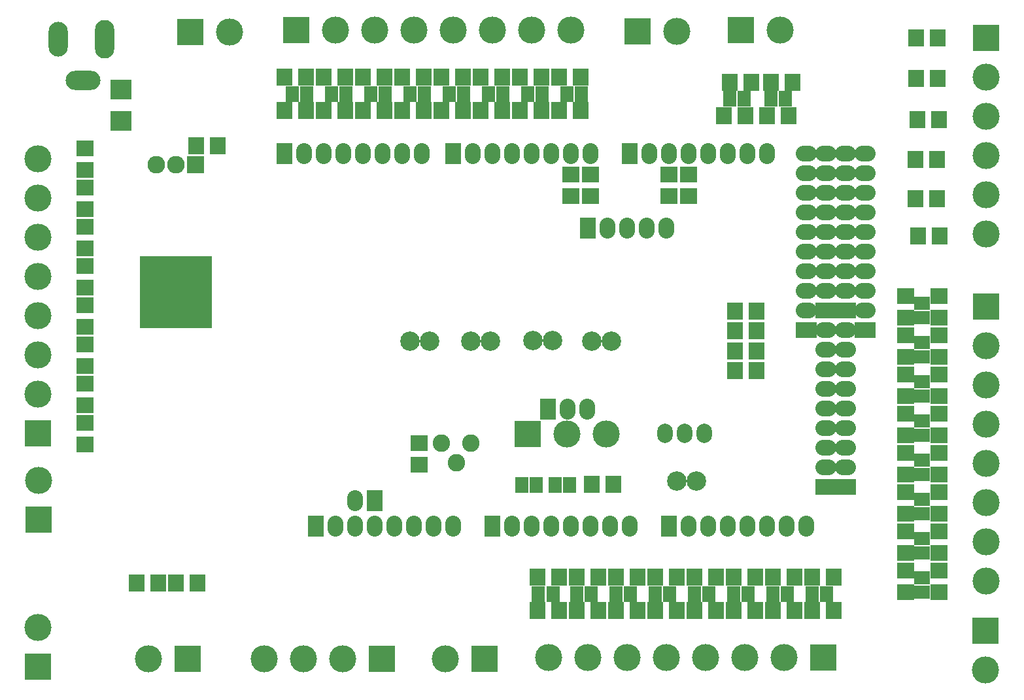
<source format=gts>
G04 (created by PCBNEW-RS274X (2010-11-03 BZR 2592)-stable) date Sat 17 Mar 2012 17:18:43 COT*
G01*
G70*
G90*
%MOIN*%
G04 Gerber Fmt 3.4, Leading zero omitted, Abs format*
%FSLAX34Y34*%
G04 APERTURE LIST*
%ADD10C,0.006000*%
%ADD11R,0.083000X0.091000*%
%ADD12O,0.079100X0.098700*%
%ADD13C,0.088900*%
%ADD14C,0.098700*%
%ADD15R,0.091000X0.083000*%
%ADD16R,0.106600X0.080000*%
%ADD17O,0.106600X0.080000*%
%ADD18R,0.080000X0.106600*%
%ADD19O,0.080000X0.106600*%
%ADD20R,0.138100X0.138100*%
%ADD21C,0.138100*%
%ADD22R,0.071200X0.079000*%
%ADD23R,0.079000X0.071200*%
%ADD24R,0.110600X0.098700*%
%ADD25O,0.177500X0.098700*%
%ADD26O,0.098700X0.177500*%
%ADD27O,0.098700X0.197200*%
%ADD28R,0.090000X0.090000*%
%ADD29C,0.090000*%
%ADD30R,0.370000X0.370000*%
G04 APERTURE END LIST*
G54D10*
G54D11*
X79000Y-24500D03*
X77900Y-24500D03*
X79000Y-26550D03*
X77900Y-26550D03*
X79050Y-28650D03*
X77950Y-28650D03*
X78950Y-30700D03*
X77850Y-30700D03*
X78950Y-32700D03*
X77850Y-32700D03*
X79100Y-34600D03*
X78000Y-34600D03*
G54D12*
X65100Y-44650D03*
X66100Y-44650D03*
X67100Y-44650D03*
G54D13*
X53700Y-45150D03*
X54450Y-46150D03*
X55200Y-45150D03*
G54D14*
X66700Y-47100D03*
X65700Y-47100D03*
G54D15*
X52550Y-46250D03*
X52550Y-45150D03*
G54D11*
X41200Y-30000D03*
X42300Y-30000D03*
X62450Y-47250D03*
X61350Y-47250D03*
G54D16*
X74300Y-47400D03*
G54D17*
X74300Y-46400D03*
X74300Y-45400D03*
X74300Y-44400D03*
X74300Y-43400D03*
X74300Y-42400D03*
X74300Y-41400D03*
X74300Y-40400D03*
X74300Y-39400D03*
G54D16*
X73300Y-47400D03*
G54D17*
X73300Y-46400D03*
X73300Y-45400D03*
X73300Y-44400D03*
X73300Y-43400D03*
X73300Y-42400D03*
X73300Y-41400D03*
X73300Y-40400D03*
X73300Y-39400D03*
G54D16*
X73300Y-38400D03*
G54D17*
X73300Y-37400D03*
X73300Y-36400D03*
X73300Y-35400D03*
X73300Y-34400D03*
X73300Y-33400D03*
X73300Y-32400D03*
X73300Y-31400D03*
X73300Y-30400D03*
G54D16*
X74300Y-38400D03*
G54D17*
X74300Y-37400D03*
X74300Y-36400D03*
X74300Y-35400D03*
X74300Y-34400D03*
X74300Y-33400D03*
X74300Y-32400D03*
X74300Y-31400D03*
X74300Y-30400D03*
G54D18*
X56300Y-49400D03*
G54D19*
X57300Y-49400D03*
X58300Y-49400D03*
X59300Y-49400D03*
X60300Y-49400D03*
X61300Y-49400D03*
X62300Y-49400D03*
X63300Y-49400D03*
G54D18*
X65300Y-49400D03*
G54D19*
X66300Y-49400D03*
X67300Y-49400D03*
X68300Y-49400D03*
X69300Y-49400D03*
X70300Y-49400D03*
X71300Y-49400D03*
X72300Y-49400D03*
G54D18*
X45700Y-30400D03*
G54D19*
X46700Y-30400D03*
X47700Y-30400D03*
X48700Y-30400D03*
X49700Y-30400D03*
X50700Y-30400D03*
X51700Y-30400D03*
X52700Y-30400D03*
G54D18*
X54300Y-30400D03*
G54D19*
X55300Y-30400D03*
X56300Y-30400D03*
X57300Y-30400D03*
X58300Y-30400D03*
X59300Y-30400D03*
X60300Y-30400D03*
X61300Y-30400D03*
G54D18*
X63300Y-30400D03*
G54D19*
X64300Y-30400D03*
X65300Y-30400D03*
X66300Y-30400D03*
X67300Y-30400D03*
X68300Y-30400D03*
X69300Y-30400D03*
X70300Y-30400D03*
G54D18*
X61150Y-34200D03*
G54D19*
X62150Y-34200D03*
X63150Y-34200D03*
X64150Y-34200D03*
X65150Y-34200D03*
G54D20*
X73150Y-56100D03*
G54D21*
X71150Y-56100D03*
X69150Y-56100D03*
X67150Y-56100D03*
X65150Y-56100D03*
X63150Y-56100D03*
X61150Y-56100D03*
X59150Y-56100D03*
G54D20*
X33125Y-44675D03*
G54D21*
X33125Y-42675D03*
X33125Y-40675D03*
X33125Y-38675D03*
X33125Y-36675D03*
X33125Y-34675D03*
X33125Y-32675D03*
X33125Y-30675D03*
G54D20*
X81450Y-38200D03*
G54D21*
X81450Y-40200D03*
X81450Y-42200D03*
X81450Y-44200D03*
X81450Y-46200D03*
X81450Y-48200D03*
X81450Y-50200D03*
X81450Y-52200D03*
G54D20*
X46300Y-24100D03*
G54D21*
X48300Y-24100D03*
X50300Y-24100D03*
X52300Y-24100D03*
X54300Y-24100D03*
X56300Y-24100D03*
X58300Y-24100D03*
X60300Y-24100D03*
G54D20*
X50650Y-56150D03*
G54D21*
X48650Y-56150D03*
X46650Y-56150D03*
X44650Y-56150D03*
G54D20*
X58100Y-44700D03*
G54D21*
X60100Y-44700D03*
X62100Y-44700D03*
G54D20*
X68950Y-24100D03*
G54D21*
X70950Y-24100D03*
G54D20*
X40750Y-56150D03*
G54D21*
X38750Y-56150D03*
G54D20*
X40900Y-24200D03*
G54D21*
X42900Y-24200D03*
G54D20*
X63700Y-24150D03*
G54D21*
X65700Y-24150D03*
G54D20*
X55900Y-56150D03*
G54D21*
X53900Y-56150D03*
G54D20*
X33150Y-49050D03*
G54D21*
X33150Y-47050D03*
G54D22*
X57775Y-47300D03*
X58525Y-47300D03*
X59475Y-47300D03*
X60225Y-47300D03*
G54D11*
X57700Y-28200D03*
X58800Y-28200D03*
X55700Y-26500D03*
X56800Y-26500D03*
X55700Y-28200D03*
X56800Y-28200D03*
X53700Y-26500D03*
X54800Y-26500D03*
X53700Y-28200D03*
X54800Y-28200D03*
X51700Y-26500D03*
X52800Y-26500D03*
X51700Y-28200D03*
X52800Y-28200D03*
X49700Y-26500D03*
X50800Y-26500D03*
X49700Y-28200D03*
X50800Y-28200D03*
X47700Y-26500D03*
X48800Y-26500D03*
X47700Y-28200D03*
X48800Y-28200D03*
X45700Y-26500D03*
X46800Y-26500D03*
X45700Y-28200D03*
X46800Y-28200D03*
G54D15*
X35525Y-31225D03*
X35525Y-30125D03*
X35525Y-33225D03*
X35525Y-32125D03*
X35525Y-35225D03*
X35525Y-34125D03*
X35525Y-37225D03*
X35525Y-36125D03*
X35525Y-39225D03*
X35525Y-38125D03*
X35525Y-41225D03*
X35525Y-40125D03*
X35525Y-43225D03*
X35525Y-42125D03*
G54D11*
X39250Y-52300D03*
X38150Y-52300D03*
X41250Y-52300D03*
X40150Y-52300D03*
X59700Y-53700D03*
X58600Y-53700D03*
X59700Y-52000D03*
X58600Y-52000D03*
X61700Y-53700D03*
X60600Y-53700D03*
X61700Y-52000D03*
X60600Y-52000D03*
X63700Y-53700D03*
X62600Y-53700D03*
X63700Y-52000D03*
X62600Y-52000D03*
X65700Y-53700D03*
X64600Y-53700D03*
X65700Y-52000D03*
X64600Y-52000D03*
X67700Y-53700D03*
X66600Y-53700D03*
X67700Y-52000D03*
X66600Y-52000D03*
X69700Y-53700D03*
X68600Y-53700D03*
X69700Y-52000D03*
X68600Y-52000D03*
X71700Y-53700D03*
X70600Y-53700D03*
X71700Y-52000D03*
X70600Y-52000D03*
X73700Y-53700D03*
X72600Y-53700D03*
X73700Y-52000D03*
X72600Y-52000D03*
X59700Y-26500D03*
X60800Y-26500D03*
X59700Y-28200D03*
X60800Y-28200D03*
X57700Y-26500D03*
X58800Y-26500D03*
G54D15*
X77350Y-37650D03*
X77350Y-38750D03*
X79050Y-37650D03*
X79050Y-38750D03*
X77350Y-39650D03*
X77350Y-40750D03*
X79050Y-39650D03*
X79050Y-40750D03*
X77350Y-41650D03*
X77350Y-42750D03*
X79050Y-41650D03*
X79050Y-42750D03*
X77350Y-43650D03*
X77350Y-44750D03*
X79050Y-43650D03*
X79050Y-44750D03*
X77350Y-45650D03*
X77350Y-46750D03*
X79050Y-45650D03*
X79050Y-46750D03*
X77350Y-47650D03*
X77350Y-48750D03*
X79050Y-47650D03*
X79050Y-48750D03*
X77350Y-49650D03*
X77350Y-50750D03*
X79050Y-49650D03*
X79050Y-50750D03*
X77350Y-51650D03*
X77350Y-52750D03*
X79050Y-51650D03*
X79050Y-52750D03*
X35525Y-45225D03*
X35525Y-44125D03*
G54D22*
X52075Y-27350D03*
X52825Y-27350D03*
X50075Y-27350D03*
X50825Y-27350D03*
X48075Y-27350D03*
X48825Y-27350D03*
X46075Y-27350D03*
X46825Y-27350D03*
G54D23*
X78200Y-52025D03*
X78200Y-52775D03*
X78200Y-50025D03*
X78200Y-50775D03*
X78200Y-48025D03*
X78200Y-48775D03*
X78200Y-46025D03*
X78200Y-46775D03*
X78200Y-44025D03*
X78200Y-44775D03*
X78200Y-42025D03*
X78200Y-42775D03*
X78200Y-40025D03*
X78200Y-40775D03*
X78200Y-38025D03*
X78200Y-38775D03*
G54D22*
X54075Y-27350D03*
X54825Y-27350D03*
X56075Y-27350D03*
X56825Y-27350D03*
X58075Y-27350D03*
X58825Y-27350D03*
X60075Y-27350D03*
X60825Y-27350D03*
X73325Y-52850D03*
X72575Y-52850D03*
X71325Y-52850D03*
X70575Y-52850D03*
X69325Y-52850D03*
X68575Y-52850D03*
X67325Y-52850D03*
X66575Y-52850D03*
X65325Y-52850D03*
X64575Y-52850D03*
X63325Y-52850D03*
X62575Y-52850D03*
X61325Y-52850D03*
X60575Y-52850D03*
X59375Y-52850D03*
X58625Y-52850D03*
G54D18*
X47300Y-49400D03*
G54D19*
X48300Y-49400D03*
X49300Y-49400D03*
X50300Y-49400D03*
X51300Y-49400D03*
X52300Y-49400D03*
X53300Y-49400D03*
X54300Y-49400D03*
G54D20*
X81425Y-54725D03*
G54D21*
X81425Y-56725D03*
G54D18*
X50300Y-48100D03*
G54D19*
X49300Y-48100D03*
G54D16*
X72300Y-39400D03*
G54D17*
X72300Y-38400D03*
X72300Y-37400D03*
X72300Y-36400D03*
X72300Y-35400D03*
X72300Y-34400D03*
X72300Y-33400D03*
X72300Y-32400D03*
X72300Y-31400D03*
X72300Y-30400D03*
G54D16*
X75300Y-39400D03*
G54D17*
X75300Y-38400D03*
X75300Y-37400D03*
X75300Y-36400D03*
X75300Y-35400D03*
X75300Y-34400D03*
X75300Y-33400D03*
X75300Y-32400D03*
X75300Y-31400D03*
X75300Y-30400D03*
G54D15*
X60300Y-32550D03*
X60300Y-31450D03*
X61300Y-32550D03*
X61300Y-31450D03*
X65300Y-32550D03*
X65300Y-31450D03*
X66300Y-32550D03*
X66300Y-31450D03*
G54D20*
X81450Y-24500D03*
G54D21*
X81450Y-26500D03*
X81450Y-28500D03*
X81450Y-30500D03*
X81450Y-32500D03*
X81450Y-34500D03*
G54D11*
X69200Y-28450D03*
X68100Y-28450D03*
X69500Y-26750D03*
X68400Y-26750D03*
X71375Y-28450D03*
X70275Y-28450D03*
X71600Y-26750D03*
X70500Y-26750D03*
G54D22*
X68375Y-27600D03*
X69125Y-27600D03*
X70475Y-27600D03*
X71225Y-27600D03*
G54D11*
X68650Y-38425D03*
X69750Y-38425D03*
X68650Y-39425D03*
X69750Y-39425D03*
X68650Y-40475D03*
X69750Y-40475D03*
X68650Y-41475D03*
X69750Y-41475D03*
G54D20*
X33125Y-56575D03*
G54D21*
X33125Y-54575D03*
G54D14*
X53075Y-39950D03*
X52075Y-39950D03*
X56200Y-39950D03*
X55200Y-39950D03*
X59350Y-39925D03*
X58350Y-39925D03*
X62350Y-39950D03*
X61350Y-39950D03*
G54D24*
X37350Y-28716D03*
X37350Y-27134D03*
G54D25*
X35428Y-26662D03*
G54D26*
X34148Y-24575D03*
G54D27*
X36511Y-24575D03*
G54D28*
X41150Y-30975D03*
G54D29*
X40150Y-30975D03*
X39150Y-30975D03*
G54D30*
X40150Y-37475D03*
G54D18*
X59125Y-43425D03*
G54D19*
X60125Y-43425D03*
X61125Y-43425D03*
M02*

</source>
